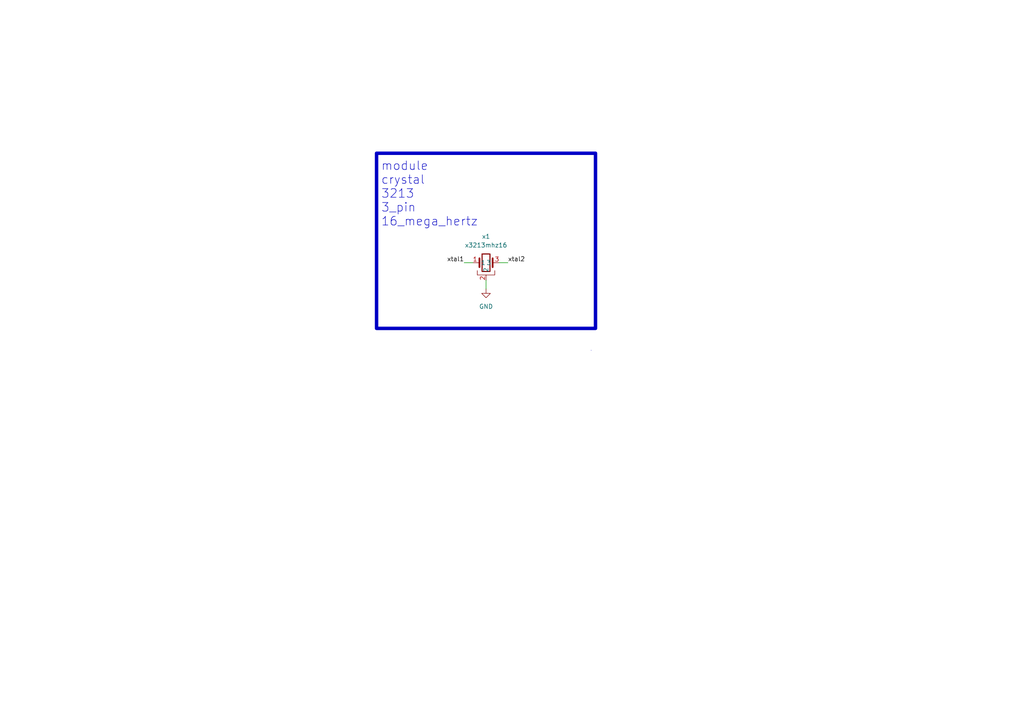
<source format=kicad_sch>
(kicad_sch (version 20230121) (generator eeschema)
  (paper "A4")
  (lib_symbols
    (symbol "oomlout_oomp_part_symbols:xmhz16_electronic_crystal_3213_3_pin_ground_pin_2_16_mega_hertz" (pin_names (offset 1.016))
      (property "Reference" "x" (at 0 5.715 0))
      (property "Value" "xmhz16_electronic_crystal_3213_3_pin_ground_pin_2_16_mega_hertz" (at 0 3.81 0))
      (symbol "xmhz16_electronic_crystal_3213_3_pin_ground_pin_2_16_mega_hertz_0_1"
        (rectangle (start -1.143 2.54) (end 1.143 -2.54) (stroke (width 0.3048)))
        (polyline (pts (xy -2.54 0) (xy -1.905 0)))
        (polyline (pts (xy -1.905 -1.27) (xy -1.905 1.27)) (stroke (width 0.508)))
        (polyline (pts (xy 0 -3.81) (xy 0 -3.556)))
        (polyline (pts (xy 1.905 0) (xy 2.54 0)))
        (polyline (pts (xy 1.905 1.27) (xy 1.905 -1.27)) (stroke (width 0.508)))
        (polyline (pts (xy -2.54 -2.286) (xy -2.54 -3.556) (xy 2.54 -3.556) (xy 2.54 -2.286)))
      )
      (symbol "xmhz16_electronic_crystal_3213_3_pin_ground_pin_2_16_mega_hertz_1_1"
        (pin passive line (at -3.81 0 0) (length 1.27) (name "1") (number "1"))
        (pin passive line (at 0 -5.08 90) (length 1.27) (name "2") (number "2"))
        (pin passive line (at 3.81 0 180) (length 1.27) (name "3") (number "3"))
      )
    )
    (symbol "power:GND" (power) (pin_names (offset 0))
      (property "Value" "GND" (at 0 -3.81 0))
      (symbol "GND_0_1"
        (polyline (pts (xy 0 0) (xy 0 -1.27) (xy 1.27 -1.27) (xy 0 -2.54) (xy -1.27 -1.27) (xy 0 -1.27)))
      )
      (symbol "GND_1_1"
        (pin power_in line (at 0 0 270) (length 0) hide (name "GND") (number "1"))
      )
    )
  )
  (wire (pts (xy 140.97 81.28) (xy 140.97 83.82)))
  (wire (pts (xy 144.78 76.2) (xy 147.32 76.2)))
  (wire (pts (xy 134.62 76.2) (xy 137.16 76.2)))
  (rectangle (start 171.45 101.6) (end 171.45 101.6))
  (rectangle (start 109.22 44.45) (end 172.72 95.25) (stroke (width 1)))
  (text "module\ncrystal\n3213\n3_pin\n16_mega_hertz\n\n" (at 110.49 69.85 0) (effects (font (size 2.5 2.5)) (justify left bottom)))
  (label "xtal2" (at 147.32 76.2 0))
  (label "xtal1" (at 134.62 76.2 180))
  (symbol (lib_id "oomlout_oomp_part_symbols:xmhz16_electronic_crystal_3213_3_pin_ground_pin_2_16_mega_hertz") (at 140.97 76.2 0) (unit 1)
    (property "Reference" "x1" (at 140.97 68.58 0))
    (property "Value" "x3213mhz16" (at 140.97 71.12 0))
    (property "Footprint" "xmhz16_electronic_crystal_3213_3_pin_ground_pin_2_16_mega_hertz" (effects hide))
    (property "Datasheet" "https://github.com/oomlout/oomlout_oomp_v3/parts/electronic_crystal_3213_3_pin_ground_pin_2_16_mega_hertz/datasheet.pdf" (effects hide))
  )
  (symbol (lib_id "power:GND") (at 140.97 83.82 0) (unit 1)
    (property "Reference" "#PWR02" (effects hide))
    (property "Value" "GND" (at 140.97 88.9 0))
  )
)
</source>
